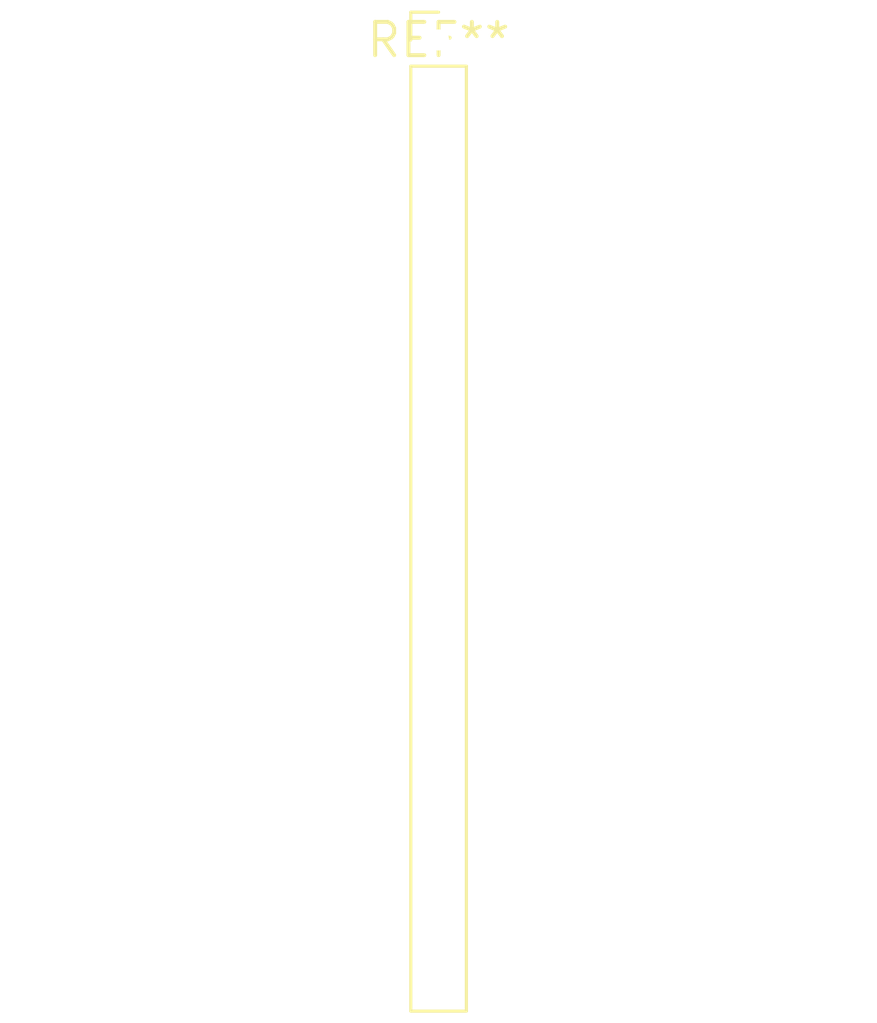
<source format=kicad_pcb>
(kicad_pcb (version 20240108) (generator pcbnew)
  (layers (0 "F.Cu" signal) (31 "B.Cu" signal) (34 "B.Paste" user) (35 "F.Paste" user) (36 "B.SilkS" user "B.Silkscreen") (37 "F.SilkS" user "F.Silkscreen") (38 "B.Mask" user) (39 "F.Mask" user) (44 "Edge.Cuts" user))
  (net 0 "")
  (footprint "PinHeader_1x19_P2.00mm_Vertical" (layer "F.Cu") (at 0 0)
    (property "Reference" "REF**")
    (property "Value" "PinHeader_1x19_P2.00mm_Vertical")
    (fp_line (start -1.06 -1.06) (end 0 -1.06) (layer "F.SilkS") (stroke (width 0.12)))
    (fp_line (start -1.06 0) (end -1.06 -1.06) (layer "F.SilkS") (stroke (width 0.12)))
    (fp_line (start -1.06 1) (end -1.06 37.06) (layer "F.SilkS") (stroke (width 0.12)))
    (fp_line (start -1.06 1) (end 1.06 1) (layer "F.SilkS") (stroke (width 0.12)))
    (fp_line (start -1.06 37.06) (end 1.06 37.06) (layer "F.SilkS") (stroke (width 0.12)))
    (fp_line (start 1.06 1) (end 1.06 37.06) (layer "F.SilkS") (stroke (width 0.12)))
    (pad "1" thru_hole rect (at 0 0) (size 1.35 1.35) (drill 0.8) (layers *.Cu *.Mask) (remove_unused_layers))
    (pad "2" thru_hole oval (at 0 2) (size 1.35 1.35) (drill 0.8) (layers *.Cu *.Mask) (remove_unused_layers))
    (pad "3" thru_hole oval (at 0 4) (size 1.35 1.35) (drill 0.8) (layers *.Cu *.Mask) (remove_unused_layers))
    (pad "4" thru_hole oval (at 0 6) (size 1.35 1.35) (drill 0.8) (layers *.Cu *.Mask) (remove_unused_layers))
    (pad "5" thru_hole oval (at 0 8) (size 1.35 1.35) (drill 0.8) (layers *.Cu *.Mask) (remove_unused_layers))
    (pad "6" thru_hole oval (at 0 10) (size 1.35 1.35) (drill 0.8) (layers *.Cu *.Mask) (remove_unused_layers))
    (pad "7" thru_hole oval (at 0 12) (size 1.35 1.35) (drill 0.8) (layers *.Cu *.Mask) (remove_unused_layers))
    (pad "8" thru_hole oval (at 0 14) (size 1.35 1.35) (drill 0.8) (layers *.Cu *.Mask) (remove_unused_layers))
    (pad "9" thru_hole oval (at 0 16) (size 1.35 1.35) (drill 0.8) (layers *.Cu *.Mask) (remove_unused_layers))
    (pad "10" thru_hole oval (at 0 18) (size 1.35 1.35) (drill 0.8) (layers *.Cu *.Mask) (remove_unused_layers))
    (pad "11" thru_hole oval (at 0 20) (size 1.35 1.35) (drill 0.8) (layers *.Cu *.Mask) (remove_unused_layers))
    (pad "12" thru_hole oval (at 0 22) (size 1.35 1.35) (drill 0.8) (layers *.Cu *.Mask) (remove_unused_layers))
    (pad "13" thru_hole oval (at 0 24) (size 1.35 1.35) (drill 0.8) (layers *.Cu *.Mask) (remove_unused_layers))
    (pad "14" thru_hole oval (at 0 26) (size 1.35 1.35) (drill 0.8) (layers *.Cu *.Mask) (remove_unused_layers))
    (pad "15" thru_hole oval (at 0 28) (size 1.35 1.35) (drill 0.8) (layers *.Cu *.Mask) (remove_unused_layers))
    (pad "16" thru_hole oval (at 0 30) (size 1.35 1.35) (drill 0.8) (layers *.Cu *.Mask) (remove_unused_layers))
    (pad "17" thru_hole oval (at 0 32) (size 1.35 1.35) (drill 0.8) (layers *.Cu *.Mask) (remove_unused_layers))
    (pad "18" thru_hole oval (at 0 34) (size 1.35 1.35) (drill 0.8) (layers *.Cu *.Mask) (remove_unused_layers))
    (pad "19" thru_hole oval (at 0 36) (size 1.35 1.35) (drill 0.8) (layers *.Cu *.Mask) (remove_unused_layers))
  )
)
</source>
